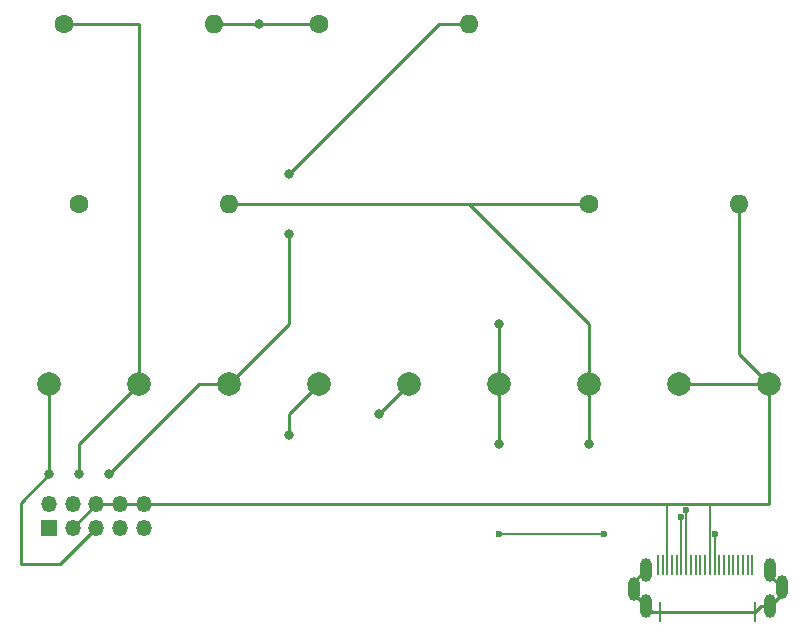
<source format=gbr>
%TF.GenerationSoftware,KiCad,Pcbnew,(7.0.0)*%
%TF.CreationDate,2023-08-04T15:55:47+02:00*%
%TF.ProjectId,PCH-1xxxJIG_THT_1.4,5043482d-3178-4787-984a-49475f544854,rev?*%
%TF.SameCoordinates,Original*%
%TF.FileFunction,Copper,L1,Top*%
%TF.FilePolarity,Positive*%
%FSLAX46Y46*%
G04 Gerber Fmt 4.6, Leading zero omitted, Abs format (unit mm)*
G04 Created by KiCad (PCBNEW (7.0.0)) date 2023-08-04 15:55:47*
%MOMM*%
%LPD*%
G01*
G04 APERTURE LIST*
%TA.AperFunction,SMDPad,CuDef*%
%ADD10C,2.000000*%
%TD*%
%TA.AperFunction,ComponentPad*%
%ADD11C,1.600000*%
%TD*%
%TA.AperFunction,ComponentPad*%
%ADD12O,1.600000X1.600000*%
%TD*%
%TA.AperFunction,SMDPad,CuDef*%
%ADD13R,0.200000X1.800000*%
%TD*%
%TA.AperFunction,ComponentPad*%
%ADD14O,1.000000X2.000000*%
%TD*%
%TA.AperFunction,ComponentPad*%
%ADD15R,1.350000X1.350000*%
%TD*%
%TA.AperFunction,ComponentPad*%
%ADD16O,1.350000X1.350000*%
%TD*%
%TA.AperFunction,ViaPad*%
%ADD17C,0.800000*%
%TD*%
%TA.AperFunction,ViaPad*%
%ADD18C,0.600000*%
%TD*%
%TA.AperFunction,Conductor*%
%ADD19C,0.250000*%
%TD*%
%TA.AperFunction,Conductor*%
%ADD20C,0.150000*%
%TD*%
%TA.AperFunction,Conductor*%
%ADD21C,0.254000*%
%TD*%
%TA.AperFunction,Conductor*%
%ADD22C,0.200000*%
%TD*%
G04 APERTURE END LIST*
D10*
%TO.P,Vita TX/7,1*%
%TO.N,N/C*%
X67310000Y-68580000D03*
%TD*%
D11*
%TO.P,1k Ohms,1*%
%TO.N,N/C*%
X59690000Y-38100000D03*
D12*
%TO.P,1k Ohms,2*%
X72389999Y-38099999D03*
%TD*%
D13*
%TO.P,UDC,1*%
%TO.N,N/C*%
X88359999Y-83859999D03*
%TO.P,UDC,2*%
X88759999Y-83859999D03*
%TO.P,UDC,3*%
X89159999Y-83859999D03*
%TO.P,UDC,4*%
X89559999Y-83859999D03*
%TO.P,UDC,5*%
X89959999Y-83859999D03*
%TO.P,UDC,6*%
X90359999Y-83859999D03*
%TO.P,UDC,7*%
X90759999Y-83859999D03*
%TO.P,UDC,8*%
X91159999Y-83859999D03*
%TO.P,UDC,9*%
X91559999Y-83859999D03*
%TO.P,UDC,10*%
X91959999Y-83859999D03*
%TO.P,UDC,11*%
X92359999Y-83859999D03*
%TO.P,UDC,12*%
X92759999Y-83859999D03*
%TO.P,UDC,13*%
X93159999Y-83859999D03*
%TO.P,UDC,14*%
X93559999Y-83859999D03*
%TO.P,UDC,15*%
X93959999Y-83859999D03*
%TO.P,UDC,16*%
X94359999Y-83859999D03*
%TO.P,UDC,17*%
X94759999Y-83859999D03*
%TO.P,UDC,18*%
X95159999Y-83859999D03*
%TO.P,UDC,19*%
X95559999Y-83859999D03*
%TO.P,UDC,20*%
X95959999Y-83859999D03*
%TO.P,UDC,21*%
X96359999Y-83859999D03*
%TO.P,UDC,22*%
X88559999Y-87859999D03*
%TO.P,UDC,23*%
X96559999Y-87859999D03*
D14*
%TO.P,UDC,24*%
X87359999Y-84259999D03*
%TO.P,UDC,25*%
X87359999Y-87359999D03*
%TO.P,UDC,26*%
X86359999Y-85859999D03*
%TO.P,UDC,27*%
X97859999Y-87359999D03*
%TO.P,UDC,28*%
X97859999Y-84259999D03*
%TO.P,UDC,29*%
X98859999Y-85759999D03*
%TD*%
D10*
%TO.P,PC TX,1*%
%TO.N,N/C*%
X44450000Y-68580000D03*
%TD*%
%TO.P,UDC 12,1*%
%TO.N,N/C*%
X90170000Y-68580000D03*
%TD*%
%TO.P,UDC 11,1*%
%TO.N,N/C*%
X82550000Y-68580000D03*
%TD*%
%TO.P,Vita RX/6,1*%
%TO.N,N/C*%
X74930000Y-68580000D03*
%TD*%
%TO.P,PC RX,1*%
%TO.N,N/C*%
X36830000Y-68580000D03*
%TD*%
%TO.P,UDC 3/GND,1*%
%TO.N,N/C*%
X97790000Y-68580000D03*
%TD*%
%TO.P,3v3 VCC,1*%
%TO.N,N/C*%
X59690000Y-68580000D03*
%TD*%
D11*
%TO.P,220 Ohms,1*%
%TO.N,N/C*%
X82550000Y-53340000D03*
D12*
%TO.P,220 Ohms,2*%
X95249999Y-53339999D03*
%TD*%
D10*
%TO.P,PC GND,1*%
%TO.N,N/C*%
X52070000Y-68580000D03*
%TD*%
D11*
%TO.P,1k Ohms,1*%
%TO.N,N/C*%
X39370000Y-53340000D03*
D12*
%TO.P,1k Ohms,2*%
X52069999Y-53339999D03*
%TD*%
D11*
%TO.P,1k Ohms,1*%
%TO.N,N/C*%
X38100000Y-38100000D03*
D12*
%TO.P,1k Ohms,2*%
X50799999Y-38099999D03*
%TD*%
D15*
%TO.P,Pin Header,1*%
%TO.N,N/C*%
X36829999Y-80739999D03*
D16*
%TO.P,Pin Header,2*%
X36829999Y-78739999D03*
%TO.P,Pin Header,3*%
X38829999Y-80739999D03*
%TO.P,Pin Header,4*%
X38829999Y-78739999D03*
%TO.P,Pin Header,5*%
X40829999Y-80739999D03*
%TO.P,Pin Header,6*%
X40829999Y-78739999D03*
%TO.P,Pin Header,7*%
X42829999Y-80739999D03*
%TO.P,Pin Header,8*%
X42829999Y-78739999D03*
%TO.P,Pin Header,9*%
X44829999Y-80739999D03*
%TO.P,Pin Header,10*%
X44829999Y-78739999D03*
%TD*%
D17*
%TO.N,*%
X82550000Y-73660000D03*
D18*
X74930000Y-81280000D03*
D17*
X54610000Y-38100000D03*
X74930000Y-73660000D03*
X57150000Y-72840000D03*
D18*
X90360000Y-79820000D03*
X93200000Y-81280000D03*
D17*
X57150000Y-55880000D03*
D18*
X90760000Y-79200000D03*
D17*
X57150000Y-50800000D03*
D18*
X83820000Y-81280000D03*
D17*
X39370000Y-76200000D03*
X36830000Y-76200000D03*
X57150000Y-50800000D03*
X57150000Y-55880000D03*
X41910000Y-76200000D03*
X64770000Y-71120000D03*
X74930000Y-63500000D03*
%TD*%
D19*
%TO.N,*%
X82550000Y-53340000D02*
X80010000Y-53340000D01*
X88900000Y-78740000D02*
X44830000Y-78740000D01*
X72390000Y-53340000D02*
X79190000Y-53340000D01*
X69850000Y-38100000D02*
X72390000Y-38100000D01*
X95250000Y-53340000D02*
X95250000Y-66040000D01*
D20*
X89160000Y-81020000D02*
X89160000Y-78740000D01*
D19*
X97790000Y-78740000D02*
X91440000Y-78740000D01*
D21*
X86360000Y-86360000D02*
X86360000Y-85860000D01*
X96560000Y-87860000D02*
X97060000Y-87360000D01*
X87360000Y-87360000D02*
X86360000Y-86360000D01*
X86360000Y-85260000D02*
X86360000Y-85860000D01*
X87360000Y-87360000D02*
X87860000Y-87860000D01*
D19*
X95250000Y-66040000D02*
X97790000Y-68580000D01*
X74930000Y-73660000D02*
X74930000Y-68580000D01*
X54610000Y-38100000D02*
X59690000Y-38100000D01*
D22*
X83820000Y-81280000D02*
X74930000Y-81280000D01*
D19*
X44450000Y-68580000D02*
X44450000Y-38100000D01*
X97790000Y-68580000D02*
X97790000Y-78740000D01*
D20*
X90360000Y-83860000D02*
X90360000Y-79820000D01*
D21*
X87860000Y-87860000D02*
X88560000Y-87860000D01*
D19*
X82550000Y-68580000D02*
X82550000Y-63500000D01*
D21*
X98860000Y-85760000D02*
X97860000Y-84760000D01*
D19*
X52070000Y-68580000D02*
X57150000Y-63500000D01*
X64770000Y-53340000D02*
X72390000Y-53340000D01*
X34415000Y-83820000D02*
X37750000Y-83820000D01*
D20*
X93160000Y-81320000D02*
X93200000Y-81280000D01*
D19*
X49530000Y-68580000D02*
X52070000Y-68580000D01*
X57150000Y-71120000D02*
X59690000Y-68580000D01*
X82550000Y-63500000D02*
X72390000Y-53340000D01*
X34415000Y-78615000D02*
X34415000Y-83820000D01*
X38830000Y-80740000D02*
X40830000Y-78740000D01*
X36830000Y-76200000D02*
X34415000Y-78615000D01*
X36830000Y-73660000D02*
X36830000Y-68580000D01*
X57150000Y-63500000D02*
X57150000Y-55880000D01*
X82550000Y-73660000D02*
X82550000Y-68580000D01*
X90170000Y-68580000D02*
X97790000Y-68580000D01*
D21*
X97860000Y-84760000D02*
X97860000Y-84260000D01*
D20*
X93160000Y-83860000D02*
X93160000Y-81320000D01*
D19*
X41910000Y-76200000D02*
X49530000Y-68580000D01*
X44450000Y-38100000D02*
X38100000Y-38100000D01*
X37750000Y-83820000D02*
X40830000Y-80740000D01*
D21*
X98860000Y-86360000D02*
X98860000Y-85760000D01*
D19*
X74930000Y-63500000D02*
X74930000Y-68580000D01*
D20*
X92760000Y-80060000D02*
X92760000Y-78740000D01*
D19*
X39370000Y-73660000D02*
X44450000Y-68580000D01*
X57150000Y-72840000D02*
X57150000Y-71120000D01*
D21*
X87360000Y-84260000D02*
X86360000Y-85260000D01*
D19*
X36830000Y-76200000D02*
X36830000Y-73660000D01*
D21*
X88560000Y-87860000D02*
X96560000Y-87860000D01*
D19*
X77470000Y-53340000D02*
X80010000Y-53340000D01*
X64770000Y-71120000D02*
X67310000Y-68580000D01*
X91440000Y-78740000D02*
X88900000Y-78740000D01*
X42830000Y-78740000D02*
X40830000Y-78740000D01*
D20*
X92760000Y-83860000D02*
X92760000Y-80060000D01*
D19*
X54610000Y-38100000D02*
X50800000Y-38100000D01*
X52070000Y-53340000D02*
X64770000Y-53340000D01*
X39370000Y-76200000D02*
X39370000Y-73660000D01*
D20*
X89160000Y-83860000D02*
X89160000Y-81020000D01*
D19*
X44830000Y-78740000D02*
X42830000Y-78740000D01*
D20*
X90760000Y-83860000D02*
X90760000Y-81280000D01*
D19*
X57150000Y-50800000D02*
X69850000Y-38100000D01*
D21*
X97060000Y-87360000D02*
X97860000Y-87360000D01*
X97860000Y-87360000D02*
X98860000Y-86360000D01*
D20*
X90760000Y-81280000D02*
X90760000Y-79200000D01*
%TD*%
M02*

</source>
